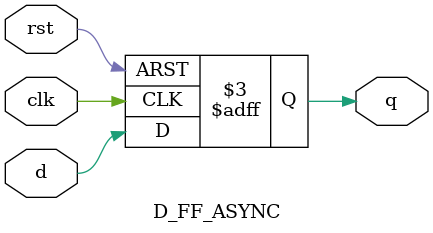
<source format=v>
`timescale 1ns / 1ps
module D_FF_ASYNC (
  input clk, rst,
  input d,
  output reg q
  );
  
  always@(posedge clk or negedge rst) begin
    if(!rst) q <= 0;
    else       q <= d;
  end
  
endmodule

</source>
